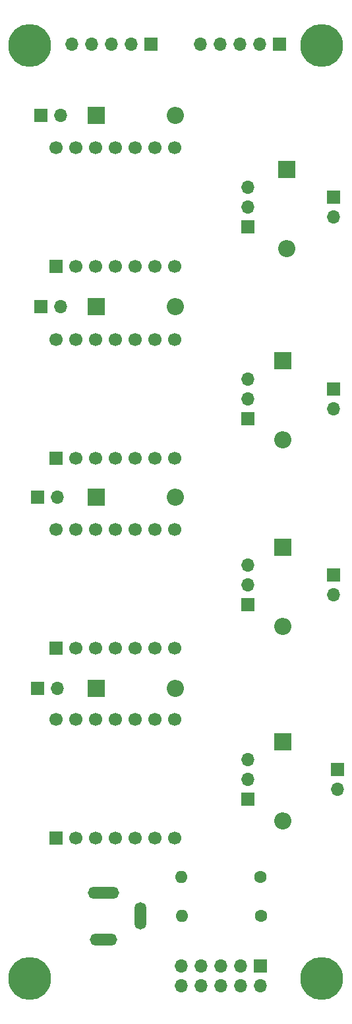
<source format=gbr>
%TF.GenerationSoftware,KiCad,Pcbnew,7.0.9*%
%TF.CreationDate,2025-03-02T20:13:22-05:00*%
%TF.ProjectId,Module_Relay_PCB,4d6f6475-6c65-45f5-9265-6c61795f5043,rev?*%
%TF.SameCoordinates,Original*%
%TF.FileFunction,Soldermask,Top*%
%TF.FilePolarity,Negative*%
%FSLAX46Y46*%
G04 Gerber Fmt 4.6, Leading zero omitted, Abs format (unit mm)*
G04 Created by KiCad (PCBNEW 7.0.9) date 2025-03-02 20:13:22*
%MOMM*%
%LPD*%
G01*
G04 APERTURE LIST*
%ADD10R,2.200000X2.200000*%
%ADD11O,2.200000X2.200000*%
%ADD12C,0.990600*%
%ADD13O,4.013200X1.498600*%
%ADD14O,3.505200X1.498600*%
%ADD15O,1.498600X3.505200*%
%ADD16R,1.700000X1.700000*%
%ADD17C,1.700000*%
%ADD18O,1.700000X1.700000*%
%ADD19C,1.600000*%
%ADD20O,1.600000X1.600000*%
%ADD21C,5.500000*%
G04 APERTURE END LIST*
D10*
%TO.C,D4*%
X130500000Y-89500000D03*
D11*
X130500000Y-99660000D03*
%TD*%
D12*
%TO.C,J1*%
X112199000Y-161840800D03*
X112199000Y-159834200D03*
X108757311Y-157840300D03*
X108503300Y-163834700D03*
X106496700Y-163834700D03*
X106242711Y-157840300D03*
D13*
X107500000Y-157840300D03*
D14*
X107500000Y-163834700D03*
D15*
X112199000Y-160837500D03*
%TD*%
D16*
%TO.C,U2*%
X101380000Y-102080000D03*
D17*
X103920000Y-102080000D03*
X106460000Y-102080000D03*
X109000000Y-102080000D03*
X111540000Y-102080000D03*
X114080000Y-102080000D03*
X116620000Y-102080000D03*
X116620000Y-86830000D03*
X114080000Y-86830000D03*
X111540000Y-86830000D03*
X109000000Y-86830000D03*
X106460000Y-86830000D03*
X103920000Y-86830000D03*
X101380000Y-86830000D03*
%TD*%
D16*
%TO.C,J5*%
X137000000Y-93180000D03*
D18*
X137000000Y-95720000D03*
%TD*%
D16*
%TO.C,U1*%
X101380000Y-77455000D03*
D17*
X103920000Y-77455000D03*
X106460000Y-77455000D03*
X109000000Y-77455000D03*
X111540000Y-77455000D03*
X114080000Y-77455000D03*
X116620000Y-77455000D03*
X116620000Y-62205000D03*
X114080000Y-62205000D03*
X111540000Y-62205000D03*
X109000000Y-62205000D03*
X106460000Y-62205000D03*
X103920000Y-62205000D03*
X101380000Y-62205000D03*
%TD*%
D16*
%TO.C,J10*%
X98960000Y-131580000D03*
D18*
X101500000Y-131580000D03*
%TD*%
D16*
%TO.C,J3*%
X126000000Y-72370000D03*
D18*
X126000000Y-69830000D03*
X126000000Y-67290000D03*
%TD*%
D16*
%TO.C,J16*%
X130080000Y-48895000D03*
D18*
X127540000Y-48895000D03*
X125000000Y-48895000D03*
X122460000Y-48895000D03*
X119920000Y-48895000D03*
%TD*%
D16*
%TO.C,J14*%
X98960000Y-107080000D03*
D18*
X101500000Y-107080000D03*
%TD*%
D19*
%TO.C,R2*%
X127660000Y-160830000D03*
D20*
X117500000Y-160830000D03*
%TD*%
D10*
%TO.C,D7*%
X106500000Y-131580000D03*
D11*
X116660000Y-131580000D03*
%TD*%
D21*
%TO.C,H4*%
X135500000Y-168830000D03*
%TD*%
D16*
%TO.C,J2*%
X137000000Y-68555000D03*
D18*
X137000000Y-71095000D03*
%TD*%
D10*
%TO.C,D6*%
X130500000Y-113500000D03*
D11*
X130500000Y-123660000D03*
%TD*%
D10*
%TO.C,D8*%
X130500000Y-138500000D03*
D11*
X130500000Y-148660000D03*
%TD*%
D16*
%TO.C,J9*%
X137500000Y-142055000D03*
D18*
X137500000Y-144595000D03*
%TD*%
D16*
%TO.C,J11*%
X127580000Y-167290000D03*
D18*
X127580000Y-169830000D03*
X125040000Y-167290000D03*
X125040000Y-169830000D03*
X122500000Y-167290000D03*
X122500000Y-169830000D03*
X119960000Y-167290000D03*
X119960000Y-169830000D03*
X117420000Y-167290000D03*
X117420000Y-169830000D03*
%TD*%
D16*
%TO.C,J15*%
X99460000Y-58080000D03*
D18*
X102000000Y-58080000D03*
%TD*%
D16*
%TO.C,J13*%
X99460000Y-82580000D03*
D18*
X102000000Y-82580000D03*
%TD*%
D16*
%TO.C,J4*%
X126000000Y-96955000D03*
D18*
X126000000Y-94415000D03*
X126000000Y-91875000D03*
%TD*%
D21*
%TO.C,H3*%
X98000000Y-168830000D03*
%TD*%
D16*
%TO.C,U4*%
X101380000Y-150830000D03*
D17*
X103920000Y-150830000D03*
X106460000Y-150830000D03*
X109000000Y-150830000D03*
X111540000Y-150830000D03*
X114080000Y-150830000D03*
X116620000Y-150830000D03*
X116620000Y-135580000D03*
X114080000Y-135580000D03*
X111540000Y-135580000D03*
X109000000Y-135580000D03*
X106460000Y-135580000D03*
X103920000Y-135580000D03*
X101380000Y-135580000D03*
%TD*%
D10*
%TO.C,D3*%
X106500000Y-82580000D03*
D11*
X116660000Y-82580000D03*
%TD*%
D19*
%TO.C,R1*%
X127580000Y-155830000D03*
D20*
X117420000Y-155830000D03*
%TD*%
D16*
%TO.C,J7*%
X137000000Y-117055000D03*
D18*
X137000000Y-119595000D03*
%TD*%
D16*
%TO.C,U3*%
X101380000Y-126455000D03*
D17*
X103920000Y-126455000D03*
X106460000Y-126455000D03*
X109000000Y-126455000D03*
X111540000Y-126455000D03*
X114080000Y-126455000D03*
X116620000Y-126455000D03*
X116620000Y-111205000D03*
X114080000Y-111205000D03*
X111540000Y-111205000D03*
X109000000Y-111205000D03*
X106460000Y-111205000D03*
X103920000Y-111205000D03*
X101380000Y-111205000D03*
%TD*%
D21*
%TO.C,H2*%
X135500000Y-49080000D03*
%TD*%
D10*
%TO.C,D1*%
X106500000Y-58080000D03*
D11*
X116660000Y-58080000D03*
%TD*%
D21*
%TO.C,H1*%
X98000000Y-49080000D03*
%TD*%
D16*
%TO.C,J12*%
X113570000Y-48895000D03*
D18*
X111030000Y-48895000D03*
X108490000Y-48895000D03*
X105950000Y-48895000D03*
X103410000Y-48895000D03*
%TD*%
D16*
%TO.C,J8*%
X126000000Y-145870000D03*
D18*
X126000000Y-143330000D03*
X126000000Y-140790000D03*
%TD*%
D10*
%TO.C,D5*%
X106500000Y-107080000D03*
D11*
X116660000Y-107080000D03*
%TD*%
D10*
%TO.C,D2*%
X131000000Y-65000000D03*
D11*
X131000000Y-75160000D03*
%TD*%
D16*
%TO.C,J6*%
X126000000Y-120855000D03*
D18*
X126000000Y-118315000D03*
X126000000Y-115775000D03*
%TD*%
M02*

</source>
